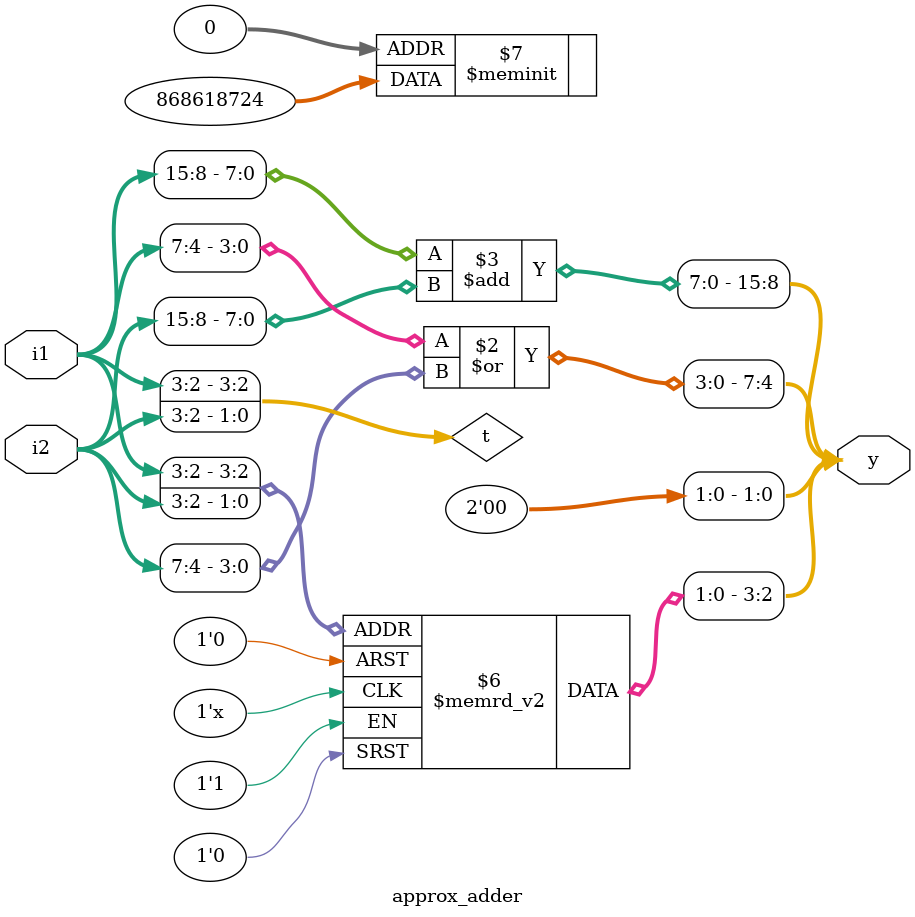
<source format=v>
`timescale 1ns / 1ps


module approx_adder(
input [15:0]i1,
input [15:0]i2,
output reg [15:0]y



    );
    reg [3:0]t;
    always @(*)
    begin 
    y[7:4]=i1[7:4]|i2[7:4];
    y[1:0]=2'b00;
    t={i1[3:2],i2[3:2]};
    y[15:8]=i1[15:8] + i2[15:8];
    case(t)
    4'b0000:y[3:2]=2'b00;
    4'b0001:y[3:2]=2'b01;
    4'b0010:y[3:2]=2'b10;
    4'b0011:y[3:2]=2'b11;
    4'b0100:y[3:2]=2'b01; 
    4'b0101:y[3:2]=2'b00; 
    4'b0110:y[3:2]=2'b01; 
    4'b0111:y[3:2]=2'b00; 
    4'b1000:y[3:2]=2'b10; 
    4'b1001:y[3:2]=2'b01; 
    4'b1010:y[3:2]=2'b00;  
    4'b1011:y[3:2]=2'b11; 
    4'b1100:y[3:2]=2'b11; 
    4'b1101:y[3:2]=2'b00; 
    4'b1110:y[3:2]=2'b11; 
    4'b1111:y[3:2]=2'b00; 
   
    endcase
    
    end
    
endmodule

</source>
